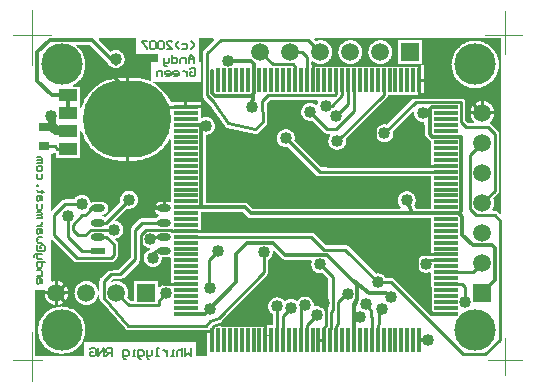
<source format=gbl>
%FSLAX23Y23*%
%MOIN*%
G70*
G01*
G75*
G04 Layer_Physical_Order=2*
G04 Layer_Color=16711680*
%ADD10R,0.059X0.098*%
%ADD11R,0.059X0.059*%
%ADD12R,0.031X0.035*%
%ADD13R,0.045X0.060*%
%ADD14R,0.035X0.031*%
%ADD15R,0.157X0.081*%
%ADD16R,0.138X0.081*%
%ADD17R,0.089X0.020*%
%ADD18C,0.035*%
%ADD19R,0.098X0.059*%
%ADD20O,0.020X0.079*%
%ADD21O,0.079X0.020*%
%ADD22R,0.079X0.020*%
%ADD23C,0.010*%
%ADD24C,0.012*%
%ADD25C,0.025*%
%ADD26C,0.012*%
%ADD27C,0.004*%
%ADD28C,0.059*%
%ADD29C,0.138*%
%ADD30C,0.040*%
%ADD31R,0.012X0.079*%
%ADD32R,0.059X0.039*%
%ADD33O,0.295X0.256*%
%ADD34O,0.047X0.024*%
%ADD35R,0.079X0.012*%
%ADD36O,0.012X0.079*%
%ADD37R,0.047X0.024*%
%ADD38C,0.008*%
G36*
X347Y-65D02*
X420D01*
Y-92D01*
X397D01*
Y-152D01*
X393Y-155D01*
X392Y-155D01*
X386Y-152D01*
X379Y-150D01*
X372Y-148D01*
X365Y-146D01*
X358Y-145D01*
X351Y-144D01*
X343Y-143D01*
X336Y-143D01*
X322D01*
Y-281D01*
Y-419D01*
X336D01*
X343Y-419D01*
X351Y-418D01*
X358Y-417D01*
X365Y-416D01*
X372Y-414D01*
X379Y-412D01*
X386Y-410D01*
X392Y-407D01*
X399Y-404D01*
X405Y-401D01*
X411Y-397D01*
X417Y-393D01*
X423Y-388D01*
X429Y-384D01*
X434Y-379D01*
X439Y-373D01*
X443Y-368D01*
X448Y-362D01*
X452Y-356D01*
X456Y-350D01*
X457Y-347D01*
X462Y-349D01*
Y-354D01*
Y-374D01*
Y-394D01*
Y-414D01*
Y-433D01*
Y-453D01*
Y-473D01*
Y-492D01*
Y-512D01*
Y-532D01*
Y-551D01*
Y-554D01*
X458Y-557D01*
X458Y-557D01*
X455Y-557D01*
X452Y-556D01*
X445D01*
Y-578D01*
X440D01*
Y-583D01*
X407D01*
X408Y-584D01*
X408Y-587D01*
X410Y-589D01*
X411Y-592D01*
X413Y-594D01*
X415Y-596D01*
X418Y-597D01*
X420Y-598D01*
X423Y-599D01*
X423Y-599D01*
Y-604D01*
X423Y-604D01*
X420Y-605D01*
X418Y-607D01*
X415Y-608D01*
X413Y-610D01*
X413Y-610D01*
X367D01*
X365Y-611D01*
X363Y-611D01*
X362Y-612D01*
X361Y-612D01*
X359Y-613D01*
X357Y-615D01*
X333Y-638D01*
X332Y-640D01*
X331Y-642D01*
X330Y-643D01*
X330Y-644D01*
X329Y-647D01*
X329Y-649D01*
Y-742D01*
X288Y-783D01*
X262D01*
X260Y-783D01*
X257Y-784D01*
X256Y-784D01*
X255Y-785D01*
X253Y-786D01*
X251Y-787D01*
X228Y-810D01*
X227Y-812D01*
X226Y-814D01*
X225Y-815D01*
X225Y-816D01*
X224Y-819D01*
X224Y-821D01*
Y-853D01*
X219Y-853D01*
X219Y-852D01*
X218Y-849D01*
X217Y-845D01*
X215Y-841D01*
X213Y-838D01*
X211Y-835D01*
X208Y-832D01*
X205Y-829D01*
X202Y-827D01*
X199Y-825D01*
X195Y-823D01*
X191Y-822D01*
X188Y-821D01*
X184Y-821D01*
X180Y-820D01*
X176Y-821D01*
X172Y-821D01*
X169Y-822D01*
X165Y-823D01*
X161Y-825D01*
X158Y-827D01*
X155Y-829D01*
X152Y-832D01*
X149Y-835D01*
X147Y-838D01*
X145Y-841D01*
X143Y-845D01*
X142Y-849D01*
X141Y-852D01*
X141Y-856D01*
X140Y-860D01*
X141Y-864D01*
X141Y-868D01*
X142Y-871D01*
X143Y-875D01*
X145Y-879D01*
X147Y-882D01*
X149Y-885D01*
X152Y-888D01*
X155Y-891D01*
X158Y-893D01*
X161Y-895D01*
X165Y-897D01*
X169Y-898D01*
X172Y-899D01*
X176Y-899D01*
X180Y-900D01*
X184Y-899D01*
X188Y-899D01*
X191Y-898D01*
X195Y-897D01*
X199Y-895D01*
X202Y-893D01*
X205Y-891D01*
X208Y-888D01*
X211Y-885D01*
X213Y-882D01*
X215Y-879D01*
X217Y-875D01*
X218Y-871D01*
X219Y-868D01*
X219Y-867D01*
X224Y-867D01*
Y-878D01*
X224Y-879D01*
X224Y-879D01*
X224Y-880D01*
X224Y-880D01*
X224Y-881D01*
X224Y-882D01*
X225Y-882D01*
X225Y-883D01*
X225Y-883D01*
X225Y-884D01*
X225Y-884D01*
X226Y-885D01*
X226Y-885D01*
X226Y-886D01*
X227Y-886D01*
X227Y-887D01*
X227Y-887D01*
X228Y-888D01*
X308Y-978D01*
X308Y-979D01*
X308Y-979D01*
X309Y-980D01*
X309Y-980D01*
X310Y-980D01*
X310Y-981D01*
X311Y-981D01*
X311Y-981D01*
X312Y-982D01*
X312Y-982D01*
X313Y-982D01*
X313Y-982D01*
X314Y-983D01*
X314Y-983D01*
X315Y-983D01*
X316Y-983D01*
X316Y-983D01*
X317Y-983D01*
X317Y-983D01*
X318Y-984D01*
X318Y-984D01*
X319Y-984D01*
X579D01*
X580Y-983D01*
X580Y-983D01*
X581Y-984D01*
X581Y-984D01*
X584Y-1023D01*
Y-1067D01*
X584D01*
Y-1067D01*
X581Y-1071D01*
X545D01*
Y-1025D01*
X174D01*
Y-1071D01*
X8D01*
Y-849D01*
X38D01*
X41Y-852D01*
X41Y-855D01*
X75D01*
Y-821D01*
X72Y-821D01*
X69Y-822D01*
X65Y-823D01*
X65Y-823D01*
X61Y-816D01*
Y-684D01*
X66Y-682D01*
X137Y-754D01*
X139Y-755D01*
X141Y-756D01*
X142Y-757D01*
X143Y-757D01*
X146Y-758D01*
X148Y-758D01*
X262D01*
X264Y-758D01*
X267Y-757D01*
X268Y-757D01*
X269Y-756D01*
X271Y-755D01*
X273Y-754D01*
X282Y-745D01*
X283Y-743D01*
X284Y-741D01*
X285Y-739D01*
X286Y-736D01*
X286Y-734D01*
Y-698D01*
X286Y-695D01*
X285Y-693D01*
X285Y-692D01*
X284Y-691D01*
X283Y-689D01*
X282Y-687D01*
X274Y-679D01*
X274Y-679D01*
X277Y-679D01*
X281Y-678D01*
X284Y-677D01*
X287Y-676D01*
X290Y-674D01*
X293Y-672D01*
X295Y-670D01*
X297Y-668D01*
X299Y-665D01*
X301Y-662D01*
X302Y-659D01*
X303Y-656D01*
X304Y-652D01*
X304Y-649D01*
X304Y-646D01*
X303Y-642D01*
X302Y-639D01*
X301Y-636D01*
X299Y-633D01*
X297Y-630D01*
X295Y-628D01*
X293Y-626D01*
X290Y-624D01*
X287Y-622D01*
X284Y-621D01*
X281Y-620D01*
X277Y-619D01*
X276Y-617D01*
X315Y-578D01*
X316Y-578D01*
X320Y-579D01*
X323Y-579D01*
X326Y-579D01*
X330Y-578D01*
X333Y-577D01*
X336Y-576D01*
X339Y-574D01*
X342Y-572D01*
X344Y-570D01*
X346Y-568D01*
X348Y-565D01*
X350Y-562D01*
X351Y-559D01*
X352Y-556D01*
X353Y-552D01*
X353Y-549D01*
X353Y-546D01*
X352Y-542D01*
X351Y-539D01*
X350Y-536D01*
X348Y-533D01*
X346Y-530D01*
X344Y-528D01*
X342Y-526D01*
X339Y-524D01*
X336Y-522D01*
X333Y-521D01*
X330Y-520D01*
X326Y-519D01*
X323Y-519D01*
X320Y-519D01*
X316Y-520D01*
X313Y-521D01*
X310Y-522D01*
X307Y-524D01*
X304Y-526D01*
X302Y-528D01*
X300Y-530D01*
X298Y-533D01*
X296Y-536D01*
X295Y-539D01*
X294Y-542D01*
X293Y-546D01*
X293Y-549D01*
X293Y-552D01*
X294Y-556D01*
X294Y-557D01*
X244Y-607D01*
X243Y-607D01*
X240Y-605D01*
X237Y-604D01*
X235Y-604D01*
X232Y-604D01*
Y-600D01*
X235Y-600D01*
X237Y-599D01*
X240Y-598D01*
X243Y-597D01*
X245Y-596D01*
X247Y-594D01*
X249Y-592D01*
X251Y-589D01*
X252Y-587D01*
X253Y-584D01*
X253Y-581D01*
X254Y-578D01*
X253Y-575D01*
X253Y-573D01*
X252Y-570D01*
X251Y-567D01*
X249Y-565D01*
X247Y-563D01*
X245Y-561D01*
X243Y-559D01*
X240Y-558D01*
X237Y-557D01*
X235Y-557D01*
X232Y-556D01*
X208D01*
X205Y-557D01*
X203Y-557D01*
X200Y-558D01*
X199Y-559D01*
X194Y-556D01*
X194Y-556D01*
X193Y-553D01*
X192Y-550D01*
X190Y-547D01*
X188Y-544D01*
X186Y-542D01*
X184Y-540D01*
X181Y-538D01*
X178Y-536D01*
X175Y-535D01*
X172Y-534D01*
X168Y-533D01*
X165Y-533D01*
X162Y-533D01*
X158Y-534D01*
X155Y-535D01*
X152Y-536D01*
X149Y-538D01*
X146Y-540D01*
X144Y-542D01*
X142Y-544D01*
X140Y-547D01*
X139Y-548D01*
X110D01*
X108Y-548D01*
X105Y-549D01*
X104Y-549D01*
X103Y-550D01*
X101Y-551D01*
X99Y-552D01*
X66Y-586D01*
X61Y-584D01*
Y-397D01*
X68D01*
Y-395D01*
X72Y-390D01*
Y-390D01*
X72D01*
Y-390D01*
X74Y-392D01*
X76Y-393D01*
X77Y-393D01*
X78Y-394D01*
X80Y-394D01*
Y-409D01*
X159D01*
Y-350D01*
Y-320D01*
X164Y-319D01*
X166Y-324D01*
X168Y-331D01*
X171Y-337D01*
X174Y-344D01*
X177Y-350D01*
X181Y-356D01*
X185Y-362D01*
X190Y-368D01*
X194Y-373D01*
X199Y-379D01*
X205Y-384D01*
X210Y-388D01*
X216Y-393D01*
X222Y-397D01*
X228Y-401D01*
X234Y-404D01*
X241Y-407D01*
X247Y-410D01*
X254Y-412D01*
X261Y-414D01*
X268Y-416D01*
X275Y-417D01*
X282Y-418D01*
X290Y-419D01*
X297Y-419D01*
X312D01*
Y-281D01*
Y-143D01*
X297D01*
X290Y-143D01*
X282Y-144D01*
X275Y-145D01*
X268Y-146D01*
X261Y-148D01*
X254Y-150D01*
X247Y-152D01*
X241Y-155D01*
X234Y-158D01*
X228Y-162D01*
X222Y-165D01*
X216Y-169D01*
X210Y-174D01*
X205Y-179D01*
X199Y-183D01*
X194Y-189D01*
X190Y-194D01*
X185Y-200D01*
X181Y-206D01*
X177Y-212D01*
X174Y-218D01*
X171Y-225D01*
X168Y-232D01*
X166Y-238D01*
X164Y-243D01*
X159Y-243D01*
Y-232D01*
Y-173D01*
X137D01*
X136Y-168D01*
X136Y-168D01*
X141Y-165D01*
X146Y-162D01*
X150Y-158D01*
X154Y-154D01*
X158Y-150D01*
X162Y-146D01*
X165Y-141D01*
X168Y-136D01*
X170Y-131D01*
X172Y-126D01*
X174Y-121D01*
X176Y-115D01*
X177Y-110D01*
X177Y-104D01*
X177Y-98D01*
X177Y-93D01*
X177Y-87D01*
X176Y-82D01*
X174Y-76D01*
X172Y-71D01*
X170Y-66D01*
X168Y-61D01*
X165Y-56D01*
X162Y-51D01*
X158Y-47D01*
X154Y-43D01*
X150Y-39D01*
X146Y-35D01*
X146Y-33D01*
X192D01*
X250Y-91D01*
X251Y-93D01*
X253Y-96D01*
X255Y-99D01*
X257Y-101D01*
X259Y-103D01*
X262Y-105D01*
X265Y-107D01*
X268Y-108D01*
X269Y-109D01*
X271Y-110D01*
X273Y-111D01*
X275Y-112D01*
X278Y-112D01*
X281Y-112D01*
X283Y-111D01*
X285Y-110D01*
X287Y-109D01*
X288Y-108D01*
X291Y-107D01*
X294Y-105D01*
X297Y-103D01*
X299Y-101D01*
X301Y-99D01*
X303Y-96D01*
X305Y-93D01*
X306Y-90D01*
X307Y-87D01*
X308Y-83D01*
X308Y-80D01*
X308Y-77D01*
X307Y-73D01*
X306Y-70D01*
X305Y-67D01*
X303Y-64D01*
X301Y-61D01*
X299Y-59D01*
X297Y-57D01*
X294Y-55D01*
X291Y-53D01*
X288Y-52D01*
X285Y-51D01*
X281Y-50D01*
X278Y-50D01*
X275Y-50D01*
X271Y-51D01*
X268Y-52D01*
X265Y-53D01*
X262Y-55D01*
X260Y-56D01*
X221Y-16D01*
X223Y-12D01*
X347D01*
Y-65D01*
D02*
G37*
G36*
X364Y-683D02*
X365Y-687D01*
X366Y-690D01*
X367Y-693D01*
X369Y-696D01*
X371Y-699D01*
X373Y-701D01*
X375Y-703D01*
X378Y-705D01*
X381Y-707D01*
X384Y-708D01*
X387Y-709D01*
X391Y-710D01*
X393Y-710D01*
X393Y-715D01*
X391Y-716D01*
X388Y-717D01*
X385Y-719D01*
X382Y-721D01*
X380Y-723D01*
X378Y-725D01*
X376Y-728D01*
X374Y-731D01*
X373Y-734D01*
X372Y-737D01*
X371Y-741D01*
X371Y-744D01*
X371Y-747D01*
X372Y-751D01*
X373Y-754D01*
X374Y-757D01*
X376Y-760D01*
X378Y-763D01*
X380Y-765D01*
X382Y-767D01*
X385Y-769D01*
X388Y-771D01*
X391Y-772D01*
X394Y-773D01*
X398Y-774D01*
X401Y-774D01*
X404Y-774D01*
X408Y-773D01*
X411Y-772D01*
X414Y-771D01*
X417Y-769D01*
X420Y-767D01*
X422Y-765D01*
X424Y-763D01*
X426Y-760D01*
X428Y-757D01*
X429Y-754D01*
X430Y-751D01*
X431Y-747D01*
X431Y-744D01*
X433Y-742D01*
X452D01*
X455Y-742D01*
X458Y-741D01*
X458Y-741D01*
X462Y-744D01*
Y-748D01*
Y-768D01*
Y-788D01*
Y-807D01*
Y-827D01*
Y-827D01*
X511D01*
Y-834D01*
X462D01*
Y-829D01*
X460Y-833D01*
X458Y-834D01*
X456Y-834D01*
X453Y-833D01*
X449Y-832D01*
X446Y-832D01*
X443Y-832D01*
X439Y-833D01*
X436Y-834D01*
X433Y-835D01*
X430Y-837D01*
X427Y-839D01*
X425Y-841D01*
X424Y-841D01*
X420Y-840D01*
Y-820D01*
X340D01*
Y-886D01*
X327D01*
X317Y-875D01*
X317Y-875D01*
X318Y-871D01*
X319Y-868D01*
X319Y-864D01*
X320Y-860D01*
X319Y-856D01*
X319Y-852D01*
X318Y-849D01*
X317Y-845D01*
X315Y-841D01*
X313Y-838D01*
X311Y-835D01*
X308Y-832D01*
X305Y-829D01*
X302Y-827D01*
X299Y-825D01*
X295Y-823D01*
X291Y-822D01*
X288Y-821D01*
X284Y-821D01*
X280Y-820D01*
X276Y-821D01*
X272Y-821D01*
X269Y-822D01*
X265Y-823D01*
X265Y-823D01*
X262Y-819D01*
X268Y-813D01*
X294D01*
X296Y-813D01*
X299Y-812D01*
X300Y-812D01*
X301Y-811D01*
X303Y-810D01*
X305Y-809D01*
X355Y-759D01*
X356Y-757D01*
X357Y-755D01*
X358Y-754D01*
X358Y-753D01*
X359Y-750D01*
X359Y-748D01*
Y-681D01*
X364Y-681D01*
X364Y-683D01*
D02*
G37*
G36*
X716Y-606D02*
X718Y-607D01*
X720Y-609D01*
X723Y-610D01*
X725Y-610D01*
X728Y-611D01*
X729Y-610D01*
X1266D01*
X1267Y-611D01*
X1269Y-610D01*
X1269Y-610D01*
X1328D01*
Y-630D01*
Y-650D01*
Y-669D01*
Y-689D01*
Y-709D01*
Y-729D01*
Y-729D01*
X1378D01*
Y-736D01*
X1328D01*
Y-730D01*
X1326Y-734D01*
X1324Y-736D01*
X1322Y-735D01*
X1319Y-734D01*
X1315Y-733D01*
X1312Y-733D01*
X1309Y-733D01*
X1305Y-734D01*
X1302Y-735D01*
X1299Y-736D01*
X1296Y-738D01*
X1293Y-740D01*
X1291Y-742D01*
X1289Y-744D01*
X1287Y-747D01*
X1285Y-750D01*
X1284Y-753D01*
X1283Y-756D01*
X1282Y-760D01*
X1282Y-763D01*
X1282Y-766D01*
X1283Y-770D01*
X1284Y-773D01*
X1285Y-776D01*
X1287Y-779D01*
X1289Y-782D01*
X1291Y-784D01*
X1293Y-786D01*
X1296Y-788D01*
X1299Y-790D01*
X1302Y-791D01*
X1305Y-792D01*
X1309Y-793D01*
X1312Y-793D01*
X1315Y-793D01*
X1319Y-792D01*
X1322Y-791D01*
X1324Y-790D01*
X1326Y-792D01*
X1328Y-796D01*
Y-807D01*
Y-827D01*
Y-847D01*
Y-866D01*
Y-886D01*
Y-906D01*
Y-925D01*
Y-925D01*
X1378D01*
Y-934D01*
X1328D01*
Y-929D01*
X1324Y-931D01*
X1207Y-814D01*
X1205Y-813D01*
X1203Y-812D01*
X1202Y-811D01*
X1201Y-811D01*
X1198Y-810D01*
X1196Y-810D01*
X1179D01*
X1178Y-809D01*
X1176Y-806D01*
X1174Y-804D01*
X1172Y-802D01*
X1169Y-800D01*
X1166Y-798D01*
X1163Y-797D01*
X1160Y-796D01*
X1156Y-795D01*
X1153Y-795D01*
X1150Y-795D01*
X1146Y-796D01*
X1145Y-796D01*
X1055Y-705D01*
X1053Y-704D01*
X1051Y-703D01*
X1050Y-702D01*
X1049Y-702D01*
X1046Y-701D01*
X1044Y-701D01*
X979D01*
X941Y-663D01*
X939Y-661D01*
X937Y-660D01*
X936Y-659D01*
X935Y-659D01*
X933Y-658D01*
X930Y-658D01*
X561D01*
Y-657D01*
Y-657D01*
X511D01*
Y-650D01*
X561D01*
Y-650D01*
Y-630D01*
Y-610D01*
Y-591D01*
X701D01*
X716Y-606D01*
D02*
G37*
G36*
X1563Y-595D02*
X1558Y-597D01*
X1552Y-590D01*
X1550Y-589D01*
X1548Y-588D01*
X1547Y-587D01*
X1546Y-587D01*
X1543Y-586D01*
X1541Y-586D01*
X1538D01*
X1534Y-583D01*
X1533Y-582D01*
X1535Y-579D01*
X1537Y-575D01*
X1538Y-571D01*
X1539Y-568D01*
X1539Y-564D01*
X1540Y-560D01*
X1539Y-556D01*
X1539Y-552D01*
X1538Y-549D01*
X1537Y-545D01*
X1537Y-545D01*
X1552Y-530D01*
X1553Y-528D01*
X1554Y-526D01*
X1555Y-524D01*
X1555Y-524D01*
X1556Y-521D01*
X1556Y-519D01*
Y-330D01*
X1556Y-328D01*
X1555Y-325D01*
X1555Y-324D01*
X1554Y-323D01*
X1553Y-321D01*
X1552Y-319D01*
X1530Y-297D01*
X1528Y-296D01*
X1526Y-295D01*
X1525Y-294D01*
X1524Y-294D01*
X1522Y-293D01*
X1522Y-293D01*
X1525Y-291D01*
X1528Y-288D01*
X1531Y-285D01*
X1533Y-282D01*
X1535Y-279D01*
X1537Y-275D01*
X1538Y-271D01*
X1539Y-268D01*
X1539Y-265D01*
X1461D01*
X1461Y-268D01*
X1462Y-271D01*
X1463Y-275D01*
X1465Y-279D01*
X1467Y-282D01*
X1469Y-285D01*
X1472Y-288D01*
X1472Y-288D01*
X1471Y-293D01*
X1452D01*
X1443Y-284D01*
Y-223D01*
X1443Y-221D01*
X1442Y-218D01*
X1441Y-216D01*
X1440Y-214D01*
X1439Y-212D01*
X1437Y-211D01*
X1435Y-210D01*
X1433Y-209D01*
X1430Y-208D01*
X1428Y-208D01*
X1279D01*
X1277Y-208D01*
X1274Y-209D01*
X1273Y-209D01*
X1272Y-210D01*
X1270Y-211D01*
X1268Y-212D01*
X1182Y-299D01*
X1181Y-299D01*
X1177Y-298D01*
X1174Y-298D01*
X1171Y-298D01*
X1167Y-299D01*
X1164Y-300D01*
X1161Y-301D01*
X1158Y-303D01*
X1155Y-305D01*
X1153Y-307D01*
X1151Y-309D01*
X1149Y-312D01*
X1147Y-315D01*
X1146Y-318D01*
X1145Y-321D01*
X1144Y-325D01*
X1144Y-328D01*
X1144Y-331D01*
X1145Y-335D01*
X1146Y-338D01*
X1147Y-341D01*
X1149Y-344D01*
X1151Y-347D01*
X1153Y-349D01*
X1155Y-351D01*
X1158Y-353D01*
X1161Y-355D01*
X1164Y-356D01*
X1167Y-357D01*
X1171Y-358D01*
X1174Y-358D01*
X1177Y-358D01*
X1181Y-357D01*
X1184Y-356D01*
X1187Y-355D01*
X1190Y-353D01*
X1193Y-351D01*
X1195Y-349D01*
X1197Y-347D01*
X1199Y-344D01*
X1201Y-341D01*
X1202Y-338D01*
X1203Y-335D01*
X1204Y-331D01*
X1204Y-328D01*
X1204Y-325D01*
X1203Y-321D01*
X1203Y-320D01*
X1268Y-256D01*
X1273Y-256D01*
X1273Y-257D01*
X1273Y-260D01*
X1273Y-263D01*
X1274Y-267D01*
X1275Y-270D01*
X1276Y-273D01*
X1278Y-276D01*
X1280Y-279D01*
X1282Y-281D01*
X1284Y-283D01*
X1287Y-285D01*
X1290Y-287D01*
X1293Y-288D01*
X1296Y-289D01*
X1300Y-290D01*
X1303Y-290D01*
X1306Y-290D01*
X1307Y-290D01*
X1310Y-310D01*
Y-331D01*
X1310Y-333D01*
X1311Y-336D01*
X1312Y-338D01*
X1312Y-339D01*
X1313Y-340D01*
X1315Y-342D01*
X1323Y-350D01*
X1325Y-351D01*
X1327Y-353D01*
X1328Y-353D01*
Y-354D01*
Y-374D01*
Y-394D01*
Y-414D01*
Y-433D01*
Y-433D01*
X1378D01*
Y-441D01*
X1328D01*
Y-441D01*
Y-442D01*
X964D01*
X874Y-352D01*
X875Y-351D01*
X875Y-347D01*
X875Y-344D01*
X875Y-341D01*
X875Y-337D01*
X874Y-334D01*
X872Y-331D01*
X871Y-328D01*
X869Y-325D01*
X867Y-323D01*
X864Y-321D01*
X861Y-319D01*
X858Y-317D01*
X855Y-316D01*
X852Y-315D01*
X849Y-314D01*
X845Y-314D01*
X842Y-314D01*
X839Y-315D01*
X835Y-316D01*
X832Y-317D01*
X829Y-319D01*
X827Y-321D01*
X824Y-323D01*
X822Y-325D01*
X820Y-328D01*
X818Y-331D01*
X817Y-334D01*
X816Y-337D01*
X816Y-341D01*
X815Y-344D01*
X816Y-347D01*
X816Y-351D01*
X817Y-354D01*
X818Y-357D01*
X820Y-360D01*
X822Y-363D01*
X824Y-365D01*
X827Y-367D01*
X829Y-369D01*
X832Y-371D01*
X835Y-372D01*
X839Y-373D01*
X842Y-374D01*
X845Y-374D01*
X849Y-374D01*
X852Y-373D01*
X853Y-373D01*
X947Y-467D01*
X949Y-469D01*
X951Y-470D01*
X953Y-471D01*
X953Y-471D01*
X956Y-472D01*
X958Y-472D01*
X1328D01*
Y-473D01*
Y-492D01*
Y-512D01*
Y-532D01*
Y-551D01*
Y-571D01*
Y-579D01*
X1278D01*
X1273Y-568D01*
X1273Y-567D01*
X1275Y-564D01*
X1276Y-561D01*
X1277Y-558D01*
X1278Y-555D01*
X1278Y-551D01*
X1278Y-548D01*
X1277Y-544D01*
X1276Y-541D01*
X1275Y-538D01*
X1273Y-535D01*
X1272Y-532D01*
X1269Y-530D01*
X1267Y-528D01*
X1264Y-526D01*
X1261Y-524D01*
X1258Y-523D01*
X1255Y-522D01*
X1251Y-521D01*
X1248Y-521D01*
X1245Y-521D01*
X1241Y-522D01*
X1238Y-523D01*
X1235Y-524D01*
X1232Y-526D01*
X1229Y-528D01*
X1227Y-530D01*
X1225Y-532D01*
X1223Y-535D01*
X1221Y-538D01*
X1220Y-541D01*
X1219Y-544D01*
X1218Y-548D01*
X1218Y-551D01*
X1218Y-555D01*
X1219Y-558D01*
X1220Y-561D01*
X1221Y-564D01*
X1223Y-567D01*
X1225Y-570D01*
X1227Y-572D01*
X1228Y-574D01*
X1227Y-578D01*
X1227Y-579D01*
X734D01*
X719Y-563D01*
X717Y-562D01*
X715Y-561D01*
X713Y-560D01*
X711Y-559D01*
X708Y-559D01*
X707Y-559D01*
X579D01*
Y-333D01*
X582Y-333D01*
X585Y-332D01*
X589Y-332D01*
X592Y-330D01*
X595Y-329D01*
X597Y-327D01*
X600Y-324D01*
X602Y-322D01*
X604Y-319D01*
X606Y-316D01*
X607Y-313D01*
X608Y-310D01*
X609Y-307D01*
X609Y-303D01*
X609Y-300D01*
X608Y-296D01*
X607Y-293D01*
X606Y-290D01*
X604Y-287D01*
X602Y-284D01*
X600Y-282D01*
X597Y-280D01*
X595Y-278D01*
X592Y-276D01*
X589Y-275D01*
X585Y-274D01*
X582Y-273D01*
X579Y-273D01*
X575Y-273D01*
X572Y-274D01*
X569Y-275D01*
X566Y-276D01*
X565Y-276D01*
X561Y-274D01*
Y-256D01*
Y-244D01*
X511D01*
Y-240D01*
X506D01*
Y-224D01*
X462D01*
X462Y-224D01*
Y-224D01*
X462Y-224D01*
X459Y-218D01*
X456Y-212D01*
X452Y-206D01*
X448Y-200D01*
X443Y-194D01*
X439Y-189D01*
X434Y-183D01*
X429Y-179D01*
X423Y-174D01*
X417Y-169D01*
X411Y-165D01*
X405Y-162D01*
X399Y-158D01*
X398Y-157D01*
X397Y-156D01*
X397D01*
D01*
D01*
D01*
X561D01*
Y-92D01*
X557D01*
Y-65D01*
Y-12D01*
X604D01*
X606Y-16D01*
X572Y-50D01*
X571Y-52D01*
X570Y-54D01*
X569Y-55D01*
X569Y-56D01*
X568Y-59D01*
X568Y-61D01*
Y-202D01*
X568Y-204D01*
X569Y-207D01*
X569Y-208D01*
X570Y-209D01*
X571Y-211D01*
X572Y-213D01*
X589Y-230D01*
X641Y-304D01*
X642Y-305D01*
X642Y-305D01*
X643Y-305D01*
X643Y-306D01*
X643Y-306D01*
X644Y-307D01*
X644Y-307D01*
X644Y-307D01*
X645Y-308D01*
X646Y-308D01*
X646Y-308D01*
X646Y-309D01*
X647Y-309D01*
X648Y-309D01*
X648Y-309D01*
X649Y-309D01*
X649Y-310D01*
X650Y-310D01*
X741Y-330D01*
X741Y-330D01*
X742Y-330D01*
X742Y-330D01*
X743Y-330D01*
X744Y-330D01*
X744Y-330D01*
X745Y-330D01*
X746Y-330D01*
X746Y-330D01*
X746Y-330D01*
X747Y-330D01*
X748Y-330D01*
X748Y-329D01*
X749Y-329D01*
X749Y-329D01*
X750Y-329D01*
X751Y-329D01*
X751Y-328D01*
X752Y-328D01*
X752Y-328D01*
X753Y-327D01*
X753Y-327D01*
X754Y-327D01*
X754Y-326D01*
X754Y-326D01*
X755Y-326D01*
X778Y-302D01*
X778Y-302D01*
X778Y-302D01*
X779Y-301D01*
X780Y-300D01*
X780Y-300D01*
X780Y-300D01*
X781Y-299D01*
X781Y-298D01*
X781Y-298D01*
X781Y-298D01*
X782Y-297D01*
X782Y-296D01*
X782Y-296D01*
X782Y-296D01*
X782Y-295D01*
X783Y-294D01*
X783Y-294D01*
X783Y-294D01*
X783Y-292D01*
X783Y-291D01*
X783Y-291D01*
X783Y-291D01*
X782Y-226D01*
X791Y-217D01*
X948D01*
X953Y-220D01*
X953Y-221D01*
X952Y-224D01*
X951Y-227D01*
X950Y-230D01*
X950Y-231D01*
X945Y-233D01*
X945Y-233D01*
X942Y-231D01*
X939Y-229D01*
X936Y-228D01*
X933Y-227D01*
X929Y-226D01*
X926Y-226D01*
X923Y-226D01*
X919Y-227D01*
X916Y-228D01*
X913Y-229D01*
X910Y-231D01*
X907Y-233D01*
X905Y-235D01*
X903Y-237D01*
X901Y-240D01*
X899Y-243D01*
X898Y-246D01*
X897Y-249D01*
X896Y-253D01*
X896Y-256D01*
X896Y-259D01*
X897Y-263D01*
X898Y-266D01*
X899Y-269D01*
X901Y-272D01*
X903Y-275D01*
X905Y-277D01*
X907Y-279D01*
X910Y-281D01*
X913Y-283D01*
X916Y-284D01*
X919Y-285D01*
X923Y-286D01*
X926Y-286D01*
X929Y-286D01*
X933Y-285D01*
X934Y-285D01*
X973Y-325D01*
X975Y-326D01*
X977Y-327D01*
X978Y-328D01*
X979Y-328D01*
X982Y-329D01*
X984Y-329D01*
X992D01*
X994Y-334D01*
X994Y-334D01*
X992Y-337D01*
X990Y-340D01*
X989Y-343D01*
X988Y-346D01*
X987Y-350D01*
X987Y-353D01*
X987Y-356D01*
X988Y-360D01*
X989Y-363D01*
X990Y-366D01*
X992Y-369D01*
X994Y-372D01*
X996Y-374D01*
X998Y-376D01*
X1001Y-378D01*
X1004Y-380D01*
X1007Y-381D01*
X1010Y-382D01*
X1014Y-383D01*
X1017Y-383D01*
X1020Y-383D01*
X1024Y-382D01*
X1027Y-381D01*
X1030Y-380D01*
X1033Y-378D01*
X1036Y-376D01*
X1038Y-374D01*
X1040Y-372D01*
X1042Y-369D01*
X1044Y-366D01*
X1045Y-363D01*
X1046Y-360D01*
X1047Y-356D01*
X1047Y-353D01*
X1047Y-350D01*
X1046Y-346D01*
X1046Y-345D01*
X1182Y-210D01*
X1183Y-208D01*
X1184Y-206D01*
X1185Y-205D01*
X1185Y-204D01*
X1186Y-201D01*
X1186Y-201D01*
X1285D01*
Y-152D01*
Y-102D01*
X938D01*
Y-152D01*
X931D01*
Y-102D01*
X930D01*
Y-90D01*
X935Y-88D01*
X935Y-88D01*
X938Y-90D01*
X941Y-92D01*
X945Y-94D01*
X948Y-95D01*
X952Y-96D01*
X956Y-96D01*
X960Y-97D01*
X964Y-96D01*
X968Y-96D01*
X971Y-95D01*
X975Y-94D01*
X978Y-92D01*
X982Y-90D01*
X985Y-88D01*
X988Y-85D01*
X990Y-82D01*
X993Y-79D01*
X995Y-76D01*
X996Y-72D01*
X998Y-69D01*
X999Y-65D01*
X999Y-61D01*
X999Y-57D01*
X999Y-53D01*
X999Y-49D01*
X998Y-46D01*
X996Y-42D01*
X995Y-38D01*
X993Y-35D01*
X990Y-32D01*
X988Y-29D01*
X985Y-26D01*
X982Y-24D01*
X978Y-22D01*
X975Y-21D01*
X971Y-19D01*
X968Y-18D01*
X964Y-18D01*
X960Y-18D01*
X956Y-18D01*
X952Y-18D01*
X948Y-19D01*
X945Y-21D01*
X945Y-21D01*
X940Y-16D01*
X942Y-12D01*
X1563D01*
Y-595D01*
D02*
G37*
G36*
X832Y-744D02*
X834Y-746D01*
X836Y-747D01*
X838Y-748D01*
X840Y-749D01*
X843Y-749D01*
X930D01*
X932Y-753D01*
X932Y-755D01*
X931Y-758D01*
X930Y-762D01*
X930Y-765D01*
X930Y-768D01*
X931Y-772D01*
X932Y-775D01*
X933Y-778D01*
X935Y-781D01*
X937Y-784D01*
X939Y-786D01*
X941Y-788D01*
X944Y-790D01*
X947Y-792D01*
X950Y-793D01*
X953Y-794D01*
X957Y-795D01*
X960Y-795D01*
X963Y-795D01*
X967Y-794D01*
X968Y-794D01*
X987Y-813D01*
Y-911D01*
X985Y-913D01*
X983Y-915D01*
X982Y-917D01*
X982Y-918D01*
X981Y-919D01*
X981Y-921D01*
X976Y-921D01*
X976Y-921D01*
X976Y-920D01*
X974Y-917D01*
X972Y-915D01*
X970Y-912D01*
X967Y-910D01*
X964Y-908D01*
X962Y-906D01*
X958Y-905D01*
X955Y-904D01*
X952Y-904D01*
X948Y-903D01*
X945Y-904D01*
X943Y-904D01*
X939Y-901D01*
X939Y-899D01*
X938Y-896D01*
X937Y-892D01*
X936Y-889D01*
X934Y-886D01*
X932Y-884D01*
X930Y-881D01*
X928Y-879D01*
X925Y-877D01*
X922Y-875D01*
X919Y-874D01*
X916Y-873D01*
X912Y-873D01*
X909Y-872D01*
X906Y-873D01*
X902Y-873D01*
X899Y-874D01*
X896Y-875D01*
X893Y-877D01*
X890Y-879D01*
X888Y-881D01*
X885Y-884D01*
X883Y-886D01*
X882Y-887D01*
X879Y-885D01*
X876Y-883D01*
X873Y-882D01*
X870Y-881D01*
X866Y-880D01*
X863Y-880D01*
X860Y-880D01*
X856Y-881D01*
X853Y-882D01*
X850Y-883D01*
X847Y-885D01*
X844Y-887D01*
X838Y-884D01*
X835Y-882D01*
X833Y-880D01*
X830Y-878D01*
X826Y-877D01*
X823Y-876D01*
X820Y-875D01*
X817Y-875D01*
X813Y-875D01*
X810Y-876D01*
X807Y-877D01*
X803Y-878D01*
X801Y-880D01*
X798Y-882D01*
X795Y-884D01*
X793Y-886D01*
X791Y-889D01*
X789Y-892D01*
X788Y-895D01*
X787Y-898D01*
X787Y-902D01*
X786Y-905D01*
X787Y-908D01*
X787Y-912D01*
X788Y-915D01*
X789Y-918D01*
X791Y-921D01*
X793Y-924D01*
X795Y-926D01*
X798Y-928D01*
X801Y-930D01*
X801Y-931D01*
Y-968D01*
X781D01*
Y-1018D01*
X773D01*
Y-968D01*
X611D01*
X610Y-963D01*
X626Y-959D01*
X626Y-959D01*
X627Y-959D01*
X627Y-959D01*
X628Y-959D01*
X629Y-958D01*
X629Y-958D01*
X630Y-958D01*
X630Y-958D01*
X631Y-957D01*
X631Y-957D01*
X632Y-957D01*
X632Y-956D01*
X632Y-956D01*
X633Y-955D01*
X782Y-800D01*
X783Y-800D01*
X783Y-799D01*
X783Y-799D01*
X783Y-799D01*
X784Y-798D01*
X784Y-797D01*
X784Y-797D01*
X785Y-797D01*
X785Y-796D01*
X785Y-795D01*
X785Y-795D01*
X785Y-794D01*
X786Y-793D01*
X786Y-792D01*
X786Y-792D01*
X786Y-792D01*
X786Y-791D01*
X786Y-790D01*
Y-751D01*
X787Y-750D01*
X790Y-748D01*
X792Y-746D01*
X794Y-744D01*
X796Y-741D01*
X798Y-738D01*
X799Y-735D01*
X800Y-732D01*
X801Y-728D01*
X801Y-725D01*
X801Y-722D01*
X801Y-720D01*
X805Y-718D01*
X832Y-744D01*
D02*
G37*
%LPC*%
G36*
X98Y-905D02*
X93Y-906D01*
X87Y-906D01*
X82Y-907D01*
X76Y-909D01*
X71Y-910D01*
X66Y-912D01*
X61Y-915D01*
X56Y-918D01*
X51Y-921D01*
X47Y-925D01*
X43Y-928D01*
X39Y-933D01*
X35Y-937D01*
X32Y-942D01*
X29Y-946D01*
X27Y-951D01*
X24Y-957D01*
X23Y-962D01*
X21Y-967D01*
X20Y-973D01*
X20Y-979D01*
X19Y-984D01*
X20Y-990D01*
X20Y-995D01*
X21Y-1001D01*
X23Y-1006D01*
X24Y-1012D01*
X27Y-1017D01*
X29Y-1022D01*
X32Y-1027D01*
X35Y-1032D01*
X39Y-1036D01*
X43Y-1040D01*
X47Y-1044D01*
X51Y-1047D01*
X56Y-1051D01*
X61Y-1054D01*
X66Y-1056D01*
X71Y-1058D01*
X76Y-1060D01*
X82Y-1061D01*
X87Y-1062D01*
X93Y-1063D01*
X98Y-1063D01*
X104Y-1063D01*
X110Y-1062D01*
X115Y-1061D01*
X121Y-1060D01*
X126Y-1058D01*
X131Y-1056D01*
X136Y-1054D01*
X141Y-1051D01*
X146Y-1047D01*
X150Y-1044D01*
X154Y-1040D01*
X158Y-1036D01*
X162Y-1032D01*
X165Y-1027D01*
X168Y-1022D01*
X170Y-1017D01*
X172Y-1012D01*
X174Y-1006D01*
X176Y-1001D01*
X177Y-995D01*
X177Y-990D01*
X177Y-984D01*
X177Y-979D01*
X177Y-973D01*
X176Y-967D01*
X174Y-962D01*
X172Y-957D01*
X170Y-951D01*
X168Y-946D01*
X165Y-942D01*
X162Y-937D01*
X158Y-933D01*
X154Y-928D01*
X150Y-925D01*
X146Y-921D01*
X141Y-918D01*
X136Y-915D01*
X131Y-912D01*
X126Y-910D01*
X121Y-909D01*
X115Y-907D01*
X110Y-906D01*
X104Y-906D01*
X98Y-905D01*
D02*
G37*
G36*
X435Y-556D02*
X429D01*
X426Y-557D01*
X423Y-557D01*
X420Y-558D01*
X418Y-559D01*
X415Y-561D01*
X413Y-563D01*
X411Y-565D01*
X410Y-567D01*
X408Y-570D01*
X408Y-573D01*
X407Y-573D01*
X435D01*
Y-556D01*
D02*
G37*
G36*
X75Y-865D02*
X41D01*
X41Y-868D01*
X42Y-871D01*
X43Y-875D01*
X45Y-879D01*
X47Y-882D01*
X49Y-885D01*
X52Y-888D01*
X55Y-891D01*
X58Y-893D01*
X61Y-895D01*
X65Y-897D01*
X69Y-898D01*
X72Y-899D01*
X75Y-899D01*
Y-865D01*
D02*
G37*
G36*
X119D02*
X85D01*
Y-899D01*
X88Y-899D01*
X91Y-898D01*
X95Y-897D01*
X99Y-895D01*
X102Y-893D01*
X105Y-891D01*
X108Y-888D01*
X111Y-885D01*
X113Y-882D01*
X115Y-879D01*
X117Y-875D01*
X118Y-871D01*
X119Y-868D01*
X119Y-865D01*
D02*
G37*
G36*
X85Y-821D02*
Y-855D01*
X119D01*
X119Y-852D01*
X118Y-849D01*
X117Y-845D01*
X115Y-841D01*
X113Y-838D01*
X111Y-835D01*
X108Y-832D01*
X105Y-829D01*
X102Y-827D01*
X99Y-825D01*
X95Y-823D01*
X91Y-822D01*
X88Y-821D01*
X85Y-821D01*
D02*
G37*
G36*
X1495Y-221D02*
X1492Y-221D01*
X1489Y-222D01*
X1485Y-223D01*
X1481Y-225D01*
X1478Y-227D01*
X1475Y-229D01*
X1472Y-232D01*
X1469Y-235D01*
X1467Y-238D01*
X1465Y-241D01*
X1463Y-245D01*
X1462Y-249D01*
X1461Y-252D01*
X1461Y-255D01*
X1495D01*
Y-221D01*
D02*
G37*
G36*
X1060Y-18D02*
X1056Y-18D01*
X1052Y-18D01*
X1048Y-19D01*
X1045Y-21D01*
X1041Y-22D01*
X1038Y-24D01*
X1035Y-26D01*
X1032Y-29D01*
X1029Y-32D01*
X1027Y-35D01*
X1025Y-38D01*
X1023Y-42D01*
X1022Y-46D01*
X1021Y-49D01*
X1020Y-53D01*
X1020Y-57D01*
X1020Y-61D01*
X1021Y-65D01*
X1022Y-69D01*
X1023Y-72D01*
X1025Y-76D01*
X1027Y-79D01*
X1029Y-82D01*
X1032Y-85D01*
X1035Y-88D01*
X1038Y-90D01*
X1041Y-92D01*
X1045Y-94D01*
X1048Y-95D01*
X1052Y-96D01*
X1056Y-96D01*
X1060Y-97D01*
X1064Y-96D01*
X1068Y-96D01*
X1071Y-95D01*
X1075Y-94D01*
X1078Y-92D01*
X1082Y-90D01*
X1085Y-88D01*
X1088Y-85D01*
X1090Y-82D01*
X1093Y-79D01*
X1095Y-76D01*
X1096Y-72D01*
X1098Y-69D01*
X1099Y-65D01*
X1099Y-61D01*
X1099Y-57D01*
X1099Y-53D01*
X1099Y-49D01*
X1098Y-46D01*
X1096Y-42D01*
X1095Y-38D01*
X1093Y-35D01*
X1090Y-32D01*
X1088Y-29D01*
X1085Y-26D01*
X1082Y-24D01*
X1078Y-22D01*
X1075Y-21D01*
X1071Y-19D01*
X1068Y-18D01*
X1064Y-18D01*
X1060Y-18D01*
D02*
G37*
G36*
X1305Y-102D02*
X1294D01*
Y-147D01*
X1305D01*
Y-102D01*
D02*
G37*
G36*
X1299Y-18D02*
X1220D01*
Y-97D01*
X1299D01*
Y-18D01*
D02*
G37*
G36*
X1160Y-18D02*
X1156Y-18D01*
X1152Y-18D01*
X1148Y-19D01*
X1145Y-21D01*
X1141Y-22D01*
X1138Y-24D01*
X1135Y-26D01*
X1132Y-29D01*
X1129Y-32D01*
X1127Y-35D01*
X1125Y-38D01*
X1123Y-42D01*
X1122Y-46D01*
X1121Y-49D01*
X1120Y-53D01*
X1120Y-57D01*
X1120Y-61D01*
X1121Y-65D01*
X1122Y-69D01*
X1123Y-72D01*
X1125Y-76D01*
X1127Y-79D01*
X1129Y-82D01*
X1132Y-85D01*
X1135Y-88D01*
X1138Y-90D01*
X1141Y-92D01*
X1145Y-94D01*
X1148Y-95D01*
X1152Y-96D01*
X1156Y-96D01*
X1160Y-97D01*
X1164Y-96D01*
X1168Y-96D01*
X1171Y-95D01*
X1175Y-94D01*
X1178Y-92D01*
X1182Y-90D01*
X1185Y-88D01*
X1188Y-85D01*
X1190Y-82D01*
X1193Y-79D01*
X1195Y-76D01*
X1196Y-72D01*
X1198Y-69D01*
X1199Y-65D01*
X1199Y-61D01*
X1199Y-57D01*
X1199Y-53D01*
X1199Y-49D01*
X1198Y-46D01*
X1196Y-42D01*
X1195Y-38D01*
X1193Y-35D01*
X1190Y-32D01*
X1188Y-29D01*
X1185Y-26D01*
X1182Y-24D01*
X1178Y-22D01*
X1175Y-21D01*
X1171Y-19D01*
X1168Y-18D01*
X1164Y-18D01*
X1160Y-18D01*
D02*
G37*
G36*
X561Y-224D02*
X516D01*
Y-235D01*
X561D01*
Y-224D01*
D02*
G37*
G36*
X1505Y-221D02*
Y-255D01*
X1539D01*
X1539Y-252D01*
X1538Y-249D01*
X1537Y-245D01*
X1535Y-241D01*
X1533Y-238D01*
X1531Y-235D01*
X1528Y-232D01*
X1525Y-229D01*
X1522Y-227D01*
X1519Y-225D01*
X1515Y-223D01*
X1511Y-222D01*
X1508Y-221D01*
X1505Y-221D01*
D02*
G37*
G36*
X1476Y-19D02*
X1471Y-20D01*
X1465Y-20D01*
X1460Y-21D01*
X1454Y-23D01*
X1449Y-24D01*
X1444Y-27D01*
X1439Y-29D01*
X1434Y-32D01*
X1429Y-35D01*
X1425Y-39D01*
X1421Y-43D01*
X1417Y-47D01*
X1413Y-51D01*
X1410Y-56D01*
X1407Y-61D01*
X1405Y-66D01*
X1402Y-71D01*
X1401Y-76D01*
X1399Y-82D01*
X1398Y-87D01*
X1398Y-93D01*
X1397Y-98D01*
X1398Y-104D01*
X1398Y-110D01*
X1399Y-115D01*
X1401Y-121D01*
X1402Y-126D01*
X1405Y-131D01*
X1407Y-136D01*
X1410Y-141D01*
X1413Y-146D01*
X1417Y-150D01*
X1421Y-154D01*
X1425Y-158D01*
X1429Y-162D01*
X1434Y-165D01*
X1439Y-168D01*
X1444Y-170D01*
X1449Y-172D01*
X1454Y-174D01*
X1460Y-176D01*
X1465Y-177D01*
X1471Y-177D01*
X1476Y-177D01*
X1482Y-177D01*
X1488Y-177D01*
X1493Y-176D01*
X1499Y-174D01*
X1504Y-172D01*
X1509Y-170D01*
X1514Y-168D01*
X1519Y-165D01*
X1524Y-162D01*
X1528Y-158D01*
X1532Y-154D01*
X1536Y-150D01*
X1540Y-146D01*
X1543Y-141D01*
X1546Y-136D01*
X1548Y-131D01*
X1550Y-126D01*
X1552Y-121D01*
X1554Y-115D01*
X1555Y-110D01*
X1555Y-104D01*
X1555Y-98D01*
X1555Y-93D01*
X1555Y-87D01*
X1554Y-82D01*
X1552Y-76D01*
X1550Y-71D01*
X1548Y-66D01*
X1546Y-61D01*
X1543Y-56D01*
X1540Y-51D01*
X1536Y-47D01*
X1532Y-43D01*
X1528Y-39D01*
X1524Y-35D01*
X1519Y-32D01*
X1514Y-29D01*
X1509Y-27D01*
X1504Y-24D01*
X1499Y-23D01*
X1493Y-21D01*
X1488Y-20D01*
X1482Y-20D01*
X1476Y-19D01*
D02*
G37*
G36*
X1305Y-157D02*
X1294D01*
Y-201D01*
X1305D01*
Y-157D01*
D02*
G37*
%LPD*%
D11*
X1260Y-57D02*
D03*
X1500Y-860D02*
D03*
X380D02*
D03*
D14*
X40Y-371D02*
D03*
Y-308D02*
D03*
D23*
X1130Y-921D02*
X1131Y-961D01*
X622Y-965D02*
X634Y-967D01*
X591Y-953D02*
X622Y-945D01*
X579Y-969D02*
X591Y-953D01*
X767Y-220D02*
X768Y-291D01*
X803Y-311D02*
X863Y-295D01*
X638Y-315D02*
X748Y-346D01*
X581Y-236D02*
X638Y-315D01*
X654Y-295D02*
X744Y-315D01*
X768Y-291D01*
X1436Y-196D02*
X1447Y-207D01*
X1500Y-260D01*
X1289Y-152D02*
Y-101D01*
Y-196D02*
Y-152D01*
X1229Y-207D02*
X1447D01*
X1223Y-437D02*
X1378D01*
X986D02*
X1223D01*
X1142Y-356D02*
X1223Y-437D01*
X1060Y-654D02*
X1327Y-921D01*
X1335Y-929D01*
X1327Y-921D02*
Y-840D01*
Y-929D02*
Y-921D01*
X1335Y-929D02*
X1378D01*
X1327D02*
X1335D01*
X922Y-857D02*
X935D01*
X806D02*
X922D01*
X909Y-844D02*
X922Y-857D01*
X965Y-899D01*
X979Y-914D01*
X748Y-346D02*
X803Y-311D01*
X511Y-240D02*
X581Y-236D01*
X376Y-240D02*
X511D01*
X372D02*
X376D01*
X262Y-130D02*
X365Y-233D01*
X372Y-240D01*
X376Y-281D02*
Y-240D01*
X415Y-578D02*
X440D01*
X358D02*
X415D01*
X317Y-480D02*
X415Y-578D01*
X1060Y-654D02*
X1174D01*
X511D02*
X1060D01*
X466D02*
X511D01*
X763Y-900D02*
X806Y-857D01*
X696Y-967D02*
X763Y-900D01*
X634Y-967D02*
X757Y-844D01*
X696Y-967D02*
X777D01*
X634D02*
X696D01*
X602Y-969D02*
X622Y-965D01*
X304Y-986D02*
X600D01*
X602Y-969D01*
X600Y-1018D02*
Y-986D01*
X192Y-586D02*
Y-578D01*
X771Y-790D02*
Y-725D01*
X622Y-945D02*
X771Y-790D01*
X319Y-969D02*
X579D01*
X239Y-878D02*
X319Y-969D01*
X239Y-878D02*
Y-821D01*
X262Y-798D01*
X294D01*
X344Y-748D01*
Y-649D01*
X367Y-626D01*
X440D01*
X974Y-1018D02*
Y-975D01*
X979Y-970D01*
Y-914D01*
X757Y-844D02*
X909D01*
X777Y-1018D02*
Y-967D01*
X223Y-906D02*
X304Y-986D01*
X126Y-906D02*
X223D01*
X80Y-860D02*
X126Y-906D01*
X863Y-295D02*
X986Y-437D01*
X1281Y-794D02*
X1327Y-840D01*
X1281Y-794D02*
Y-745D01*
X1294Y-732D01*
X1343D01*
X1343Y-732D01*
X1378D01*
X1174Y-654D02*
X1203Y-683D01*
X220Y-673D02*
X246D01*
X271Y-698D01*
Y-734D02*
Y-698D01*
X262Y-743D02*
X271Y-734D01*
X148Y-743D02*
X262D01*
X71Y-666D02*
X148Y-743D01*
X71Y-666D02*
Y-602D01*
X110Y-563D01*
X165D01*
X895Y-916D02*
X909Y-902D01*
X895Y-1018D02*
Y-916D01*
X1174Y-328D02*
X1279Y-223D01*
X1428D01*
Y-290D02*
Y-223D01*
Y-290D02*
X1446Y-308D01*
X1519D01*
X1541Y-330D01*
Y-519D02*
Y-330D01*
X1500Y-560D02*
X1541Y-519D01*
X1312Y-763D02*
X1323Y-752D01*
X1378D01*
X1459Y-401D02*
X1500Y-360D01*
X1459Y-582D02*
Y-401D01*
Y-582D02*
X1478Y-601D01*
X1541D01*
X1559Y-619D01*
Y-1016D02*
Y-619D01*
X1510Y-1065D02*
X1559Y-1016D01*
X1436Y-1065D02*
X1510D01*
X1196Y-825D02*
X1436Y-1065D01*
X1153Y-825D02*
X1196D01*
X926Y-256D02*
X984Y-314D01*
X1012D01*
X1072Y-254D01*
Y-152D01*
X1053Y-229D02*
Y-152D01*
X1012Y-270D02*
X1053Y-229D01*
X979Y-237D02*
X998D01*
X1033Y-202D01*
Y-152D01*
X1151Y-1018D02*
X1157Y-913D01*
X461Y-649D02*
X466Y-654D01*
X380Y-649D02*
X461D01*
X363Y-666D02*
X380Y-649D01*
X363Y-755D02*
Y-666D01*
Y-755D02*
X439Y-831D01*
X511D01*
X119Y-673D02*
Y-604D01*
Y-673D02*
X166Y-720D01*
X220D01*
X80Y-860D02*
X158Y-782D01*
X262D01*
X305Y-739D01*
Y-631D01*
X358Y-578D01*
X220Y-626D02*
X246D01*
X323Y-549D01*
X195Y-649D02*
X274D01*
X175Y-668D02*
X195Y-649D01*
X151Y-668D02*
X175D01*
X135Y-651D02*
X151Y-668D01*
X135Y-651D02*
Y-634D01*
X167Y-602D01*
X176D01*
X192Y-586D01*
Y-578D02*
X220D01*
X935Y-857D02*
X971Y-893D01*
X1378Y-791D02*
X1469D01*
X1500Y-760D01*
X1444Y-890D02*
Y-842D01*
X1433Y-831D02*
X1444Y-842D01*
X1378Y-831D02*
X1433D01*
X1142Y-356D02*
Y-294D01*
X1229Y-207D01*
X1046Y-864D02*
X1052D01*
X1020Y-890D02*
X1046Y-864D01*
X1020Y-965D02*
Y-890D01*
X1013Y-972D02*
X1020Y-965D01*
X1013Y-1018D02*
Y-972D01*
X1131Y-1018D02*
Y-961D01*
X1114Y-898D02*
X1130Y-921D01*
X1044Y-716D02*
X1153Y-825D01*
X973Y-716D02*
X1044D01*
X930Y-673D02*
X973Y-716D01*
X511Y-673D02*
X930D01*
X915Y-967D02*
X948Y-933D01*
X915Y-1018D02*
Y-967D01*
X960Y-765D02*
X1002Y-807D01*
Y-917D02*
Y-807D01*
X995Y-924D02*
X1002Y-917D01*
X995Y-979D02*
Y-924D01*
X994Y-980D02*
X995Y-979D01*
X994Y-1018D02*
Y-980D01*
X958Y-457D02*
X1378D01*
X845Y-344D02*
X958Y-457D01*
X1171Y-199D02*
Y-152D01*
X1017Y-353D02*
X1171Y-199D01*
X1289Y-196D02*
X1436D01*
X860Y-57D02*
X898D01*
X915Y-74D01*
Y-152D02*
Y-74D01*
X935Y-101D02*
X1289D01*
X935Y-152D02*
Y-101D01*
X760Y-57D02*
X801Y-98D01*
X868D01*
X876Y-106D01*
Y-152D02*
Y-106D01*
X1013Y-198D02*
Y-152D01*
X1009Y-202D02*
X1013Y-198D01*
X785Y-202D02*
X1009D01*
X767Y-220D02*
X785Y-202D01*
X601Y-220D02*
X654Y-295D01*
X583Y-202D02*
X601Y-220D01*
X583Y-202D02*
Y-61D01*
X628Y-16D01*
X919D01*
X960Y-57D01*
X589Y-858D02*
Y-750D01*
X620Y-719D01*
X817Y-1018D02*
Y-905D01*
X836Y-937D02*
X863Y-910D01*
X836Y-1018D02*
Y-937D01*
X317Y-480D02*
Y-281D01*
X401Y-673D02*
X440D01*
X394Y-680D02*
X401Y-673D01*
X421Y-887D02*
X446Y-862D01*
X421Y-901D02*
Y-887D01*
X321Y-901D02*
X421D01*
X280Y-860D02*
X321Y-901D01*
X411Y-720D02*
X440D01*
X401Y-730D02*
X411Y-720D01*
X401Y-744D02*
Y-730D01*
X317Y-281D02*
X376D01*
X954Y-1018D02*
X974D01*
X83Y-380D02*
X120D01*
X75Y-371D02*
X83Y-380D01*
X40Y-371D02*
X75D01*
D24*
X1072Y-896D02*
X1084Y-884D01*
X1078Y-891D02*
X1083Y-874D01*
X1072Y-908D02*
X1078Y-891D01*
X1071Y-819D02*
X1121Y-859D01*
X199Y-17D02*
X270Y-88D01*
X278Y-96D01*
X1248Y-551D02*
X1267Y-594D01*
X708Y-575D02*
X728Y-594D01*
X1470Y-702D02*
X1534D01*
X1542Y-710D01*
Y-818D02*
Y-710D01*
X1500Y-860D02*
X1542Y-818D01*
X680Y-824D02*
Y-730D01*
X717Y-693D01*
X803D01*
X843Y-733D01*
X982D01*
X1084Y-835D01*
Y-884D02*
Y-835D01*
X1180Y-859D02*
X1196Y-875D01*
X1121Y-859D02*
X1180D01*
X278Y-96D02*
Y-80D01*
X58Y-17D02*
X199D01*
X17Y-58D02*
X58Y-17D01*
X17Y-154D02*
Y-58D01*
Y-154D02*
X65Y-202D01*
X120D01*
Y-261D02*
Y-202D01*
D25*
X78Y-320D02*
X120D01*
X67Y-309D02*
Y-273D01*
X40Y-308D02*
X73D01*
X85Y-320D01*
X64Y-270D02*
X67Y-273D01*
Y-309D02*
X78Y-320D01*
D26*
X1072Y-1018D02*
Y-896D01*
X575Y-929D02*
X680Y-824D01*
X1378Y-339D02*
X1429D01*
X1334D02*
X1378D01*
X1421Y-594D02*
X1429Y-586D01*
X1289Y-1016D02*
X1318D01*
X738Y-152D02*
Y-96D01*
Y-194D02*
Y-152D01*
X732Y-240D02*
X736Y-197D01*
X511Y-299D02*
X563D01*
X1421Y-594D02*
X1422D01*
X1378D02*
X1421D01*
X1267D02*
X1378D01*
X728D02*
X1267D01*
X563Y-575D02*
X708D01*
X511D02*
X563D01*
Y-299D01*
X1422Y-594D02*
X1434Y-606D01*
Y-666D02*
Y-606D01*
Y-666D02*
X1470Y-702D01*
X1289Y-1018D02*
Y-1016D01*
X511Y-929D02*
X575D01*
X651Y-86D02*
X728D01*
X738Y-96D01*
X1429Y-586D02*
Y-339D01*
X729Y-203D02*
X738Y-194D01*
X609Y-203D02*
X729D01*
X600Y-194D02*
X609Y-203D01*
X600Y-194D02*
Y-152D01*
X1334Y-240D02*
X1378D01*
X1326Y-248D02*
X1334Y-240D01*
X1326Y-331D02*
Y-248D01*
Y-331D02*
X1334Y-339D01*
D27*
X-63Y-1083D02*
X31D01*
X0Y-1154D02*
Y-992D01*
X1520Y-1083D02*
X1634D01*
X1575Y-1134D02*
Y-1012D01*
X1508Y0D02*
X1634D01*
X1575Y-63D02*
Y79D01*
X-63Y0D02*
X63D01*
X0Y-102D02*
Y83D01*
X772Y-1000D02*
X788D01*
X780Y-1008D02*
Y-992D01*
X312Y-1000D02*
X328D01*
X320Y-1008D02*
Y-992D01*
D28*
X760Y-57D02*
D03*
X860D02*
D03*
X960D02*
D03*
X1060D02*
D03*
X1160D02*
D03*
X1500Y-260D02*
D03*
Y-360D02*
D03*
Y-460D02*
D03*
Y-560D02*
D03*
Y-760D02*
D03*
Y-660D02*
D03*
X80Y-860D02*
D03*
X180D02*
D03*
X280D02*
D03*
D29*
X1476Y-984D02*
D03*
X98Y-98D02*
D03*
Y-984D02*
D03*
X1476Y-98D02*
D03*
D30*
X772Y-555D02*
D03*
X1248Y-791D02*
D03*
X1272Y-377D02*
D03*
X1303Y-260D02*
D03*
X1094Y-941D02*
D03*
X591Y-913D02*
D03*
X771Y-725D02*
D03*
X763Y-900D02*
D03*
X262Y-130D02*
D03*
X863Y-295D02*
D03*
X1203Y-683D02*
D03*
X165Y-563D02*
D03*
X909Y-902D02*
D03*
X1174Y-328D02*
D03*
X1312Y-763D02*
D03*
X1153Y-825D02*
D03*
X926Y-256D02*
D03*
X1012Y-270D02*
D03*
X979Y-237D02*
D03*
X1165Y-913D02*
D03*
X119Y-604D02*
D03*
X323Y-549D02*
D03*
X274Y-649D02*
D03*
X1248Y-551D02*
D03*
X971Y-893D02*
D03*
X1318Y-1016D02*
D03*
X1444Y-890D02*
D03*
X1196Y-875D02*
D03*
X1052Y-864D02*
D03*
X1114Y-898D02*
D03*
X948Y-933D02*
D03*
X960Y-765D02*
D03*
X732Y-240D02*
D03*
X845Y-344D02*
D03*
X1017Y-353D02*
D03*
X651Y-86D02*
D03*
X591Y-843D02*
D03*
X620Y-719D02*
D03*
X579Y-303D02*
D03*
X817Y-905D02*
D03*
X863Y-910D02*
D03*
X394Y-680D02*
D03*
X446Y-862D02*
D03*
X278Y-80D02*
D03*
X401Y-744D02*
D03*
X64Y-270D02*
D03*
D31*
X817Y-1018D02*
D03*
X836D02*
D03*
X895D02*
D03*
X915D02*
D03*
X698D02*
D03*
X718D02*
D03*
X994D02*
D03*
X1013D02*
D03*
X738D02*
D03*
X757D02*
D03*
X1092D02*
D03*
X1112D02*
D03*
X1131D02*
D03*
X1151D02*
D03*
X876D02*
D03*
X935D02*
D03*
X600D02*
D03*
X620D02*
D03*
X639D02*
D03*
X659D02*
D03*
X679D02*
D03*
X777D02*
D03*
X797D02*
D03*
X856D02*
D03*
X954D02*
D03*
X974D02*
D03*
X1033D02*
D03*
X1053D02*
D03*
X1072D02*
D03*
X1171D02*
D03*
X1191D02*
D03*
X1210D02*
D03*
X1230D02*
D03*
X1250D02*
D03*
X1269D02*
D03*
X1289D02*
D03*
Y-152D02*
D03*
X1269D02*
D03*
X1250D02*
D03*
X1230D02*
D03*
X1210D02*
D03*
X1191D02*
D03*
X1171D02*
D03*
X1151D02*
D03*
X1131D02*
D03*
X1112D02*
D03*
X1092D02*
D03*
X1072D02*
D03*
X1053D02*
D03*
X1033D02*
D03*
X1013D02*
D03*
X994D02*
D03*
X974D02*
D03*
X954D02*
D03*
X935D02*
D03*
X915D02*
D03*
X895D02*
D03*
X876D02*
D03*
X856D02*
D03*
X836D02*
D03*
X817D02*
D03*
X797D02*
D03*
X777D02*
D03*
X757D02*
D03*
X738D02*
D03*
X718D02*
D03*
X698D02*
D03*
X679D02*
D03*
X659D02*
D03*
X639D02*
D03*
X620D02*
D03*
D32*
X120Y-380D02*
D03*
Y-320D02*
D03*
Y-261D02*
D03*
Y-202D02*
D03*
D33*
X317Y-281D02*
D03*
D34*
X440Y-720D02*
D03*
X220Y-673D02*
D03*
Y-626D02*
D03*
Y-578D02*
D03*
X440Y-673D02*
D03*
Y-626D02*
D03*
Y-578D02*
D03*
D35*
X511Y-772D02*
D03*
Y-791D02*
D03*
Y-496D02*
D03*
Y-516D02*
D03*
Y-535D02*
D03*
Y-555D02*
D03*
Y-732D02*
D03*
Y-752D02*
D03*
Y-673D02*
D03*
Y-909D02*
D03*
Y-240D02*
D03*
Y-654D02*
D03*
Y-831D02*
D03*
Y-299D02*
D03*
Y-575D02*
D03*
Y-929D02*
D03*
Y-260D02*
D03*
Y-280D02*
D03*
Y-319D02*
D03*
Y-339D02*
D03*
Y-358D02*
D03*
Y-378D02*
D03*
Y-398D02*
D03*
Y-417D02*
D03*
Y-437D02*
D03*
Y-457D02*
D03*
Y-476D02*
D03*
Y-594D02*
D03*
Y-614D02*
D03*
Y-634D02*
D03*
Y-693D02*
D03*
Y-713D02*
D03*
Y-811D02*
D03*
Y-850D02*
D03*
Y-870D02*
D03*
Y-890D02*
D03*
X1378Y-929D02*
D03*
Y-909D02*
D03*
Y-890D02*
D03*
Y-870D02*
D03*
Y-850D02*
D03*
Y-831D02*
D03*
Y-811D02*
D03*
Y-791D02*
D03*
Y-772D02*
D03*
Y-752D02*
D03*
Y-732D02*
D03*
Y-713D02*
D03*
Y-693D02*
D03*
Y-673D02*
D03*
Y-654D02*
D03*
Y-634D02*
D03*
Y-614D02*
D03*
Y-594D02*
D03*
Y-575D02*
D03*
Y-555D02*
D03*
Y-535D02*
D03*
Y-516D02*
D03*
Y-496D02*
D03*
Y-476D02*
D03*
Y-457D02*
D03*
Y-437D02*
D03*
Y-417D02*
D03*
Y-398D02*
D03*
Y-378D02*
D03*
Y-358D02*
D03*
Y-339D02*
D03*
Y-319D02*
D03*
Y-299D02*
D03*
Y-280D02*
D03*
Y-260D02*
D03*
Y-240D02*
D03*
D36*
X600Y-152D02*
D03*
D37*
X220Y-720D02*
D03*
D38*
X34Y-826D02*
Y-817D01*
X30Y-812D01*
X16D01*
Y-826D01*
X20Y-831D01*
X25Y-826D01*
Y-812D01*
X16Y-803D02*
X34D01*
Y-789D01*
X30Y-785D01*
X16D01*
X43Y-757D02*
X16D01*
Y-771D01*
X20Y-776D01*
X30D01*
X34Y-771D01*
Y-757D01*
Y-748D02*
X20D01*
X16Y-743D01*
Y-730D01*
X11D01*
X7Y-734D01*
Y-739D01*
X16Y-730D02*
X34D01*
X25Y-707D02*
X30D01*
Y-711D01*
X25D01*
Y-707D01*
X30Y-702D01*
X39D01*
X43Y-707D01*
Y-716D01*
X39Y-721D01*
X20D01*
X16Y-716D01*
Y-702D01*
X34Y-693D02*
X20D01*
X16Y-688D01*
X20Y-684D01*
X16Y-679D01*
X20Y-675D01*
X34D01*
Y-661D02*
Y-652D01*
X30Y-647D01*
X16D01*
Y-661D01*
X20Y-665D01*
X25Y-661D01*
Y-647D01*
X34Y-638D02*
X16D01*
X25D01*
X30Y-633D01*
X34Y-629D01*
Y-624D01*
X16Y-610D02*
X34D01*
Y-606D01*
X30Y-601D01*
X16D01*
X30D01*
X34Y-597D01*
X30Y-592D01*
X16D01*
X34Y-564D02*
Y-578D01*
X30Y-583D01*
X20D01*
X16Y-578D01*
Y-564D01*
X34Y-551D02*
Y-541D01*
X30Y-537D01*
X16D01*
Y-551D01*
X20Y-555D01*
X25Y-551D01*
Y-537D01*
X39Y-523D02*
X34D01*
Y-528D01*
Y-518D01*
Y-523D01*
X20D01*
X16Y-518D01*
Y-505D02*
X20D01*
Y-500D01*
X16D01*
Y-505D01*
X34Y-463D02*
Y-477D01*
X30Y-482D01*
X20D01*
X16Y-477D01*
Y-463D01*
Y-450D02*
Y-440D01*
X20Y-436D01*
X30D01*
X34Y-440D01*
Y-450D01*
X30Y-454D01*
X20D01*
X16Y-450D01*
Y-427D02*
X34D01*
Y-422D01*
X30Y-417D01*
X16D01*
X30D01*
X34Y-413D01*
X30Y-408D01*
X16D01*
X525Y-115D02*
X530Y-110D01*
X539D01*
X543Y-115D01*
Y-133D01*
X539Y-138D01*
X530D01*
X525Y-133D01*
Y-124D01*
X534D01*
X516Y-119D02*
Y-138D01*
Y-129D01*
X511Y-124D01*
X507Y-119D01*
X502D01*
X474Y-138D02*
X484D01*
X488Y-133D01*
Y-124D01*
X484Y-119D01*
X474D01*
X470Y-124D01*
Y-129D01*
X488D01*
X447Y-138D02*
X456D01*
X461Y-133D01*
Y-124D01*
X456Y-119D01*
X447D01*
X442Y-124D01*
Y-129D01*
X461D01*
X433Y-138D02*
Y-119D01*
X419D01*
X415Y-124D01*
Y-138D01*
X539Y-94D02*
Y-76D01*
X530Y-67D01*
X521Y-76D01*
Y-94D01*
Y-81D01*
X539D01*
X512Y-94D02*
Y-76D01*
X498D01*
X493Y-81D01*
Y-94D01*
X466Y-67D02*
Y-94D01*
X480D01*
X484Y-90D01*
Y-81D01*
X480Y-76D01*
X466D01*
X457D02*
Y-90D01*
X452Y-94D01*
X438D01*
Y-99D01*
X443Y-104D01*
X448D01*
X438Y-94D02*
Y-76D01*
X530Y-47D02*
X539Y-38D01*
Y-29D01*
X530Y-20D01*
X498Y-29D02*
X512D01*
X516Y-33D01*
Y-43D01*
X512Y-47D01*
X498D01*
X489D02*
X480Y-38D01*
Y-29D01*
X489Y-20D01*
X448Y-47D02*
X466D01*
X448Y-29D01*
Y-24D01*
X452Y-20D01*
X461D01*
X466Y-24D01*
X438D02*
X434Y-20D01*
X425D01*
X420Y-24D01*
Y-43D01*
X425Y-47D01*
X434D01*
X438Y-43D01*
Y-24D01*
X411D02*
X406Y-20D01*
X397D01*
X392Y-24D01*
Y-43D01*
X397Y-47D01*
X406D01*
X411Y-43D01*
Y-24D01*
X383Y-20D02*
X365D01*
Y-24D01*
X383Y-43D01*
Y-47D01*
X528Y-1043D02*
Y-1071D01*
X518Y-1062D01*
X509Y-1071D01*
Y-1043D01*
X500D02*
Y-1071D01*
Y-1057D01*
X495Y-1052D01*
X486D01*
X482Y-1057D01*
Y-1071D01*
X472D02*
X463D01*
X468D01*
Y-1052D01*
X472D01*
X449D02*
Y-1071D01*
Y-1062D01*
X445Y-1057D01*
X440Y-1052D01*
X436D01*
X422Y-1071D02*
X413D01*
X417D01*
Y-1043D01*
X422D01*
X399Y-1052D02*
Y-1066D01*
X394Y-1071D01*
X381D01*
Y-1075D01*
X385Y-1080D01*
X390D01*
X381Y-1071D02*
Y-1052D01*
X362Y-1080D02*
X358D01*
X353Y-1075D01*
Y-1052D01*
X367D01*
X371Y-1057D01*
Y-1066D01*
X367Y-1071D01*
X353D01*
X344D02*
X335D01*
X339D01*
Y-1052D01*
X344D01*
X312Y-1080D02*
X307D01*
X303Y-1075D01*
Y-1052D01*
X316D01*
X321Y-1057D01*
Y-1066D01*
X316Y-1071D01*
X303D01*
X266D02*
Y-1043D01*
X252D01*
X247Y-1048D01*
Y-1057D01*
X252Y-1062D01*
X266D01*
X257D02*
X247Y-1071D01*
X238D02*
Y-1043D01*
X220Y-1071D01*
Y-1043D01*
X192Y-1048D02*
X197Y-1043D01*
X206D01*
X211Y-1048D01*
Y-1066D01*
X206Y-1071D01*
X197D01*
X192Y-1066D01*
Y-1057D01*
X202D01*
M02*

</source>
